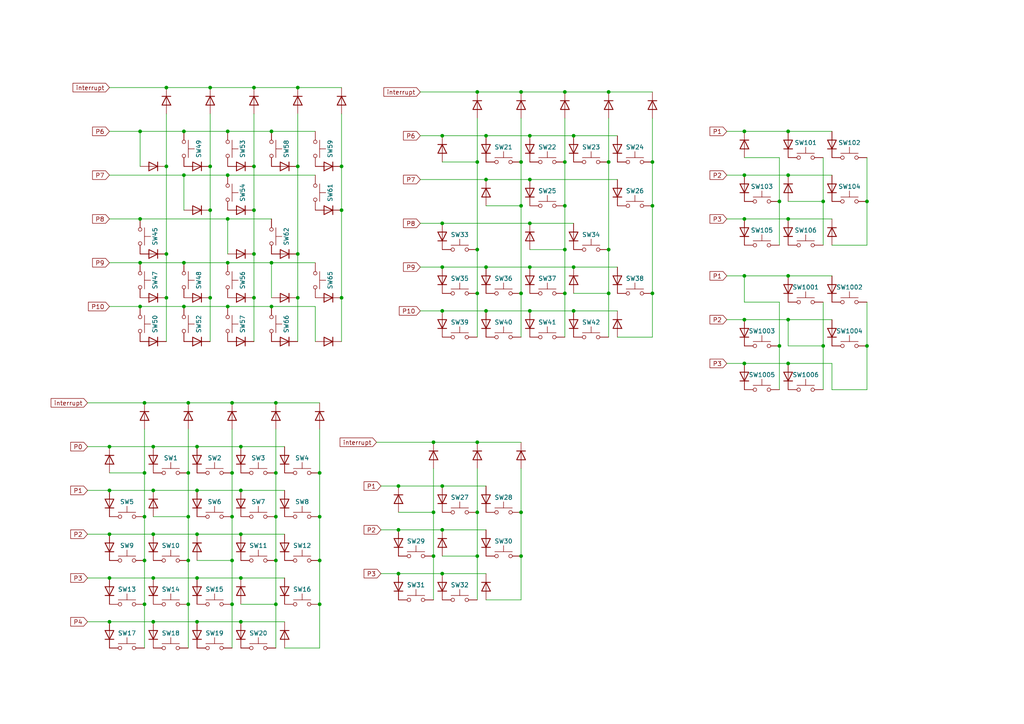
<source format=kicad_sch>
(kicad_sch (version 20250114) (generator "eeschema") (generator_version "9.0")
  (paper "A4")
  (junction (at 80.01 116.84))
  (junction (at 69.85 142.24))
  (junction (at 238.76 58.42))
  (junction (at 163.83 85.09))
  (junction (at 73.66 73.66))
  (junction (at 128.27 39.37))
  (junction (at 163.83 26.67))
  (junction (at 48.26 86.36))
  (junction (at 215.9 105.41))
  (junction (at 228.6 92.71))
  (junction (at 115.57 140.97))
  (junction (at 140.97 39.37))
  (junction (at 86.36 48.26))
  (junction (at 54.61 149.86))
  (junction (at 67.31 149.86))
  (junction (at 78.74 76.2))
  (junction (at 153.67 77.47))
  (junction (at 54.61 116.84))
  (junction (at 251.46 100.33))
  (junction (at 228.6 63.5))
  (junction (at 166.37 77.47))
  (junction (at 151.13 161.29))
  (junction (at 215.9 50.8))
  (junction (at 92.71 137.16))
  (junction (at 163.83 59.69))
  (junction (at 138.43 46.99))
  (junction (at 73.66 25.4))
  (junction (at 80.01 162.56))
  (junction (at 128.27 140.97))
  (junction (at 166.37 90.17))
  (junction (at 125.73 148.59))
  (junction (at 44.45 142.24))
  (junction (at 54.61 162.56))
  (junction (at 140.97 52.07))
  (junction (at 115.57 153.67))
  (junction (at 67.31 162.56))
  (junction (at 69.85 154.94))
  (junction (at 40.64 88.9))
  (junction (at 238.76 100.33))
  (junction (at 80.01 149.86))
  (junction (at 153.67 90.17))
  (junction (at 189.23 46.99))
  (junction (at 48.26 48.26))
  (junction (at 41.91 149.86))
  (junction (at 57.15 142.24))
  (junction (at 69.85 129.54))
  (junction (at 48.26 73.66))
  (junction (at 31.75 142.24))
  (junction (at 41.91 162.56))
  (junction (at 138.43 148.59))
  (junction (at 31.75 180.34))
  (junction (at 60.96 48.26))
  (junction (at 228.6 50.8))
  (junction (at 44.45 154.94))
  (junction (at 151.13 46.99))
  (junction (at 54.61 137.16))
  (junction (at 92.71 149.86))
  (junction (at 163.83 46.99))
  (junction (at 66.04 38.1))
  (junction (at 176.53 85.09))
  (junction (at 60.96 86.36))
  (junction (at 31.75 129.54))
  (junction (at 69.85 180.34))
  (junction (at 215.9 38.1))
  (junction (at 138.43 161.29))
  (junction (at 115.57 166.37))
  (junction (at 99.06 48.26))
  (junction (at 128.27 90.17))
  (junction (at 78.74 38.1))
  (junction (at 41.91 175.26))
  (junction (at 125.73 128.27))
  (junction (at 41.91 137.16))
  (junction (at 251.46 58.42))
  (junction (at 215.9 80.01))
  (junction (at 67.31 137.16))
  (junction (at 73.66 60.96))
  (junction (at 226.06 58.42))
  (junction (at 99.06 86.36))
  (junction (at 99.06 60.96))
  (junction (at 176.53 72.39))
  (junction (at 226.06 100.33))
  (junction (at 31.75 167.64))
  (junction (at 66.04 88.9))
  (junction (at 166.37 39.37))
  (junction (at 125.73 161.29))
  (junction (at 176.53 26.67))
  (junction (at 151.13 59.69))
  (junction (at 57.15 129.54))
  (junction (at 44.45 180.34))
  (junction (at 138.43 72.39))
  (junction (at 60.96 25.4))
  (junction (at 73.66 48.26))
  (junction (at 66.04 76.2))
  (junction (at 128.27 64.77))
  (junction (at 151.13 85.09))
  (junction (at 69.85 167.64))
  (junction (at 40.64 63.5))
  (junction (at 151.13 148.59))
  (junction (at 189.23 85.09))
  (junction (at 78.74 88.9))
  (junction (at 128.27 166.37))
  (junction (at 67.31 175.26))
  (junction (at 57.15 180.34))
  (junction (at 163.83 72.39))
  (junction (at 153.67 64.77))
  (junction (at 153.67 39.37))
  (junction (at 151.13 26.67))
  (junction (at 54.61 175.26))
  (junction (at 86.36 73.66))
  (junction (at 140.97 77.47))
  (junction (at 57.15 167.64))
  (junction (at 153.67 52.07))
  (junction (at 66.04 50.8))
  (junction (at 48.26 25.4))
  (junction (at 138.43 85.09))
  (junction (at 67.31 116.84))
  (junction (at 138.43 128.27))
  (junction (at 215.9 92.71))
  (junction (at 40.64 38.1))
  (junction (at 66.04 63.5))
  (junction (at 53.34 50.8))
  (junction (at 86.36 25.4))
  (junction (at 189.23 59.69))
  (junction (at 86.36 86.36))
  (junction (at 53.34 38.1))
  (junction (at 176.53 46.99))
  (junction (at 128.27 77.47))
  (junction (at 215.9 63.5))
  (junction (at 92.71 162.56))
  (junction (at 44.45 167.64))
  (junction (at 128.27 153.67))
  (junction (at 31.75 154.94))
  (junction (at 57.15 154.94))
  (junction (at 228.6 80.01))
  (junction (at 40.64 76.2))
  (junction (at 73.66 86.36))
  (junction (at 138.43 26.67))
  (junction (at 80.01 175.26))
  (junction (at 41.91 116.84))
  (junction (at 140.97 90.17))
  (junction (at 60.96 60.96))
  (junction (at 92.71 175.26))
  (junction (at 228.6 38.1))
  (junction (at 44.45 129.54))
  (junction (at 53.34 88.9))
  (junction (at 228.6 105.41))
  (junction (at 80.01 137.16))
  (junction (at 53.34 76.2))
  (wire (pts (xy 238.76 100.33) (xy 238.76 113.03)))
  (wire (pts (xy 60.96 33.02) (xy 60.96 48.26)))
  (wire (pts (xy 53.34 88.9) (xy 66.04 88.9)))
  (wire (pts (xy 44.45 154.94) (xy 57.15 154.94)))
  (wire (pts (xy 151.13 135.89) (xy 151.13 148.59)))
  (wire (pts (xy 44.45 149.86) (xy 54.61 149.86)))
  (wire (pts (xy 210.82 50.8) (xy 215.9 50.8)))
  (wire (pts (xy 73.66 33.02) (xy 73.66 48.26)))
  (wire (pts (xy 228.6 105.41) (xy 241.3 105.41)))
  (wire (pts (xy 121.92 90.17) (xy 128.27 90.17)))
  (wire (pts (xy 66.04 38.1) (xy 78.74 38.1)))
  (wire (pts (xy 251.46 45.72) (xy 251.46 58.42)))
  (wire (pts (xy 153.67 64.77) (xy 166.37 64.77)))
  (wire (pts (xy 86.36 25.4) (xy 99.06 25.4)))
  (wire (pts (xy 189.23 59.69) (xy 189.23 85.09)))
  (wire (pts (xy 69.85 175.26) (xy 80.01 175.26)))
  (wire (pts (xy 215.9 80.01) (xy 215.9 87.63)))
  (wire (pts (xy 99.06 33.02) (xy 99.06 48.26)))
  (wire (pts (xy 66.04 63.5) (xy 78.74 63.5)))
  (wire (pts (xy 31.75 142.24) (xy 44.45 142.24)))
  (wire (pts (xy 25.4 167.64) (xy 31.75 167.64)))
  (wire (pts (xy 99.06 48.26) (xy 99.06 60.96)))
  (wire (pts (xy 163.83 59.69) (xy 163.83 72.39)))
  (wire (pts (xy 53.34 76.2) (xy 66.04 76.2)))
  (wire (pts (xy 166.37 90.17) (xy 179.07 90.17)))
  (wire (pts (xy 238.76 100.33) (xy 238.76 87.63)))
  (wire (pts (xy 138.43 34.29) (xy 138.43 46.99)))
  (wire (pts (xy 228.6 80.01) (xy 241.3 80.01)))
  (wire (pts (xy 31.75 154.94) (xy 44.45 154.94)))
  (wire (pts (xy 60.96 48.26) (xy 60.96 60.96)))
  (wire (pts (xy 69.85 142.24) (xy 82.55 142.24)))
  (wire (pts (xy 128.27 153.67) (xy 140.97 153.67)))
  (wire (pts (xy 86.36 86.36) (xy 86.36 99.06)))
  (wire (pts (xy 67.31 124.46) (xy 67.31 137.16)))
  (wire (pts (xy 31.75 38.1) (xy 40.64 38.1)))
  (wire (pts (xy 115.57 153.67) (xy 128.27 153.67)))
  (wire (pts (xy 40.64 88.9) (xy 53.34 88.9)))
  (wire (pts (xy 166.37 77.47) (xy 179.07 77.47)))
  (wire (pts (xy 176.53 85.09) (xy 176.53 97.79)))
  (wire (pts (xy 110.49 166.37) (xy 115.57 166.37)))
  (wire (pts (xy 226.06 113.03) (xy 226.06 100.33)))
  (wire (pts (xy 60.96 25.4) (xy 73.66 25.4)))
  (wire (pts (xy 151.13 59.69) (xy 151.13 85.09)))
  (wire (pts (xy 57.15 180.34) (xy 69.85 180.34)))
  (wire (pts (xy 67.31 149.86) (xy 67.31 137.16)))
  (wire (pts (xy 125.73 128.27) (xy 138.43 128.27)))
  (wire (pts (xy 251.46 100.33) (xy 251.46 113.03)))
  (wire (pts (xy 109.22 128.27) (xy 125.73 128.27)))
  (wire (pts (xy 92.71 187.96) (xy 92.71 175.26)))
  (wire (pts (xy 78.74 38.1) (xy 91.44 38.1)))
  (wire (pts (xy 80.01 124.46) (xy 80.01 137.16)))
  (wire (pts (xy 140.97 173.99) (xy 151.13 173.99)))
  (wire (pts (xy 226.06 58.42) (xy 226.06 71.12)))
  (wire (pts (xy 121.92 39.37) (xy 128.27 39.37)))
  (wire (pts (xy 153.67 90.17) (xy 166.37 90.17)))
  (wire (pts (xy 166.37 85.09) (xy 176.53 85.09)))
  (wire (pts (xy 215.9 105.41) (xy 228.6 105.41)))
  (wire (pts (xy 210.82 92.71) (xy 215.9 92.71)))
  (wire (pts (xy 110.49 140.97) (xy 115.57 140.97)))
  (wire (pts (xy 57.15 167.64) (xy 69.85 167.64)))
  (wire (pts (xy 41.91 137.16) (xy 41.91 149.86)))
  (wire (pts (xy 57.15 142.24) (xy 69.85 142.24)))
  (wire (pts (xy 25.4 142.24) (xy 31.75 142.24)))
  (wire (pts (xy 153.67 52.07) (xy 179.07 52.07)))
  (wire (pts (xy 121.92 52.07) (xy 140.97 52.07)))
  (wire (pts (xy 228.6 92.71) (xy 228.6 100.33)))
  (wire (pts (xy 176.53 72.39) (xy 176.53 85.09)))
  (wire (pts (xy 128.27 90.17) (xy 140.97 90.17)))
  (wire (pts (xy 80.01 149.86) (xy 80.01 137.16)))
  (wire (pts (xy 31.75 167.64) (xy 44.45 167.64)))
  (wire (pts (xy 86.36 33.02) (xy 86.36 48.26)))
  (wire (pts (xy 57.15 129.54) (xy 69.85 129.54)))
  (wire (pts (xy 25.4 129.54) (xy 31.75 129.54)))
  (wire (pts (xy 228.6 63.5) (xy 241.3 63.5)))
  (wire (pts (xy 215.9 50.8) (xy 228.6 50.8)))
  (wire (pts (xy 80.01 116.84) (xy 92.71 116.84)))
  (wire (pts (xy 92.71 162.56) (xy 92.71 149.86)))
  (wire (pts (xy 128.27 46.99) (xy 138.43 46.99)))
  (wire (pts (xy 73.66 60.96) (xy 73.66 73.66)))
  (wire (pts (xy 226.06 100.33) (xy 226.06 87.63)))
  (wire (pts (xy 215.9 92.71) (xy 228.6 92.71)))
  (wire (pts (xy 228.6 58.42) (xy 238.76 58.42)))
  (wire (pts (xy 115.57 148.59) (xy 125.73 148.59)))
  (wire (pts (xy 125.73 161.29) (xy 125.73 173.99)))
  (wire (pts (xy 128.27 166.37) (xy 140.97 166.37)))
  (wire (pts (xy 140.97 77.47) (xy 153.67 77.47)))
  (wire (pts (xy 189.23 46.99) (xy 189.23 34.29)))
  (wire (pts (xy 151.13 26.67) (xy 163.83 26.67)))
  (wire (pts (xy 40.64 38.1) (xy 40.64 48.26)))
  (wire (pts (xy 176.53 26.67) (xy 189.23 26.67)))
  (wire (pts (xy 92.71 175.26) (xy 92.71 162.56)))
  (wire (pts (xy 67.31 116.84) (xy 80.01 116.84)))
  (wire (pts (xy 69.85 180.34) (xy 82.55 180.34)))
  (wire (pts (xy 151.13 148.59) (xy 151.13 161.29)))
  (wire (pts (xy 128.27 39.37) (xy 140.97 39.37)))
  (wire (pts (xy 163.83 72.39) (xy 163.83 85.09)))
  (wire (pts (xy 78.74 88.9) (xy 91.44 88.9)))
  (wire (pts (xy 80.01 162.56) (xy 80.01 175.26)))
  (wire (pts (xy 66.04 63.5) (xy 66.04 73.66)))
  (wire (pts (xy 163.83 34.29) (xy 163.83 46.99)))
  (wire (pts (xy 189.23 97.79) (xy 189.23 85.09)))
  (wire (pts (xy 41.91 149.86) (xy 41.91 162.56)))
  (wire (pts (xy 25.4 180.34) (xy 31.75 180.34)))
  (wire (pts (xy 125.73 148.59) (xy 125.73 161.29)))
  (wire (pts (xy 210.82 63.5) (xy 215.9 63.5)))
  (wire (pts (xy 41.91 116.84) (xy 54.61 116.84)))
  (wire (pts (xy 228.6 50.8) (xy 241.3 50.8)))
  (wire (pts (xy 54.61 187.96) (xy 54.61 175.26)))
  (wire (pts (xy 115.57 140.97) (xy 128.27 140.97)))
  (wire (pts (xy 60.96 60.96) (xy 60.96 86.36)))
  (wire (pts (xy 40.64 38.1) (xy 53.34 38.1)))
  (wire (pts (xy 163.83 26.67) (xy 176.53 26.67)))
  (wire (pts (xy 138.43 135.89) (xy 138.43 148.59)))
  (wire (pts (xy 31.75 25.4) (xy 48.26 25.4)))
  (wire (pts (xy 31.75 50.8) (xy 53.34 50.8)))
  (wire (pts (xy 138.43 26.67) (xy 151.13 26.67)))
  (wire (pts (xy 125.73 135.89) (xy 125.73 148.59)))
  (wire (pts (xy 153.67 72.39) (xy 163.83 72.39)))
  (wire (pts (xy 163.83 97.79) (xy 163.83 85.09)))
  (wire (pts (xy 67.31 187.96) (xy 67.31 175.26)))
  (wire (pts (xy 31.75 137.16) (xy 41.91 137.16)))
  (wire (pts (xy 48.26 86.36) (xy 48.26 99.06)))
  (wire (pts (xy 69.85 154.94) (xy 82.55 154.94)))
  (wire (pts (xy 53.34 50.8) (xy 53.34 60.96)))
  (wire (pts (xy 238.76 58.42) (xy 238.76 71.12)))
  (wire (pts (xy 151.13 34.29) (xy 151.13 46.99)))
  (wire (pts (xy 73.66 48.26) (xy 73.66 60.96)))
  (wire (pts (xy 228.6 38.1) (xy 241.3 38.1)))
  (wire (pts (xy 54.61 175.26) (xy 54.61 162.56)))
  (wire (pts (xy 210.82 105.41) (xy 215.9 105.41)))
  (wire (pts (xy 138.43 72.39) (xy 138.43 85.09)))
  (wire (pts (xy 128.27 140.97) (xy 140.97 140.97)))
  (wire (pts (xy 25.4 154.94) (xy 31.75 154.94)))
  (wire (pts (xy 153.67 77.47) (xy 166.37 77.47)))
  (wire (pts (xy 73.66 73.66) (xy 73.66 86.36)))
  (wire (pts (xy 48.26 25.4) (xy 60.96 25.4)))
  (wire (pts (xy 163.83 59.69) (xy 163.83 46.99)))
  (wire (pts (xy 31.75 63.5) (xy 40.64 63.5)))
  (wire (pts (xy 86.36 48.26) (xy 86.36 73.66)))
  (wire (pts (xy 241.3 113.03) (xy 251.46 113.03)))
  (wire (pts (xy 166.37 39.37) (xy 179.07 39.37)))
  (wire (pts (xy 138.43 128.27) (xy 151.13 128.27)))
  (wire (pts (xy 44.45 167.64) (xy 57.15 167.64)))
  (wire (pts (xy 251.46 58.42) (xy 251.46 71.12)))
  (wire (pts (xy 25.4 116.84) (xy 41.91 116.84)))
  (wire (pts (xy 66.04 88.9) (xy 78.74 88.9)))
  (wire (pts (xy 67.31 149.86) (xy 67.31 162.56)))
  (wire (pts (xy 121.92 26.67) (xy 138.43 26.67)))
  (wire (pts (xy 44.45 129.54) (xy 57.15 129.54)))
  (wire (pts (xy 48.26 33.02) (xy 48.26 48.26)))
  (wire (pts (xy 215.9 38.1) (xy 228.6 38.1)))
  (wire (pts (xy 31.75 88.9) (xy 40.64 88.9)))
  (wire (pts (xy 138.43 148.59) (xy 138.43 161.29)))
  (wire (pts (xy 57.15 162.56) (xy 67.31 162.56)))
  (wire (pts (xy 176.53 34.29) (xy 176.53 46.99)))
  (wire (pts (xy 66.04 50.8) (xy 91.44 50.8)))
  (wire (pts (xy 54.61 137.16) (xy 54.61 149.86)))
  (wire (pts (xy 215.9 45.72) (xy 226.06 45.72)))
  (wire (pts (xy 115.57 166.37) (xy 128.27 166.37)))
  (wire (pts (xy 121.92 77.47) (xy 128.27 77.47)))
  (wire (pts (xy 31.75 76.2) (xy 40.64 76.2)))
  (wire (pts (xy 57.15 154.94) (xy 69.85 154.94)))
  (wire (pts (xy 215.9 80.01) (xy 228.6 80.01)))
  (wire (pts (xy 176.53 46.99) (xy 176.53 72.39)))
  (wire (pts (xy 73.66 86.36) (xy 73.66 99.06)))
  (wire (pts (xy 60.96 86.36) (xy 60.96 99.06)))
  (wire (pts (xy 54.61 116.84) (xy 67.31 116.84)))
  (wire (pts (xy 179.07 97.79) (xy 189.23 97.79)))
  (wire (pts (xy 228.6 100.33) (xy 238.76 100.33)))
  (wire (pts (xy 228.6 92.71) (xy 241.3 92.71)))
  (wire (pts (xy 138.43 85.09) (xy 138.43 97.79)))
  (wire (pts (xy 92.71 137.16) (xy 92.71 124.46)))
  (wire (pts (xy 140.97 59.69) (xy 151.13 59.69)))
  (wire (pts (xy 121.92 64.77) (xy 128.27 64.77)))
  (wire (pts (xy 41.91 162.56) (xy 41.91 175.26)))
  (wire (pts (xy 226.06 87.63) (xy 215.9 87.63)))
  (wire (pts (xy 138.43 46.99) (xy 138.43 72.39)))
  (wire (pts (xy 48.26 48.26) (xy 48.26 73.66)))
  (wire (pts (xy 99.06 60.96) (xy 99.06 86.36)))
  (wire (pts (xy 78.74 76.2) (xy 91.44 76.2)))
  (wire (pts (xy 67.31 162.56) (xy 67.31 175.26)))
  (wire (pts (xy 138.43 161.29) (xy 138.43 173.99)))
  (wire (pts (xy 41.91 124.46) (xy 41.91 137.16)))
  (wire (pts (xy 53.34 50.8) (xy 66.04 50.8)))
  (wire (pts (xy 44.45 142.24) (xy 57.15 142.24)))
  (wire (pts (xy 31.75 129.54) (xy 44.45 129.54)))
  (wire (pts (xy 151.13 97.79) (xy 151.13 85.09)))
  (wire (pts (xy 189.23 59.69) (xy 189.23 46.99)))
  (wire (pts (xy 151.13 161.29) (xy 151.13 173.99)))
  (wire (pts (xy 82.55 187.96) (xy 92.71 187.96)))
  (wire (pts (xy 69.85 167.64) (xy 82.55 167.64)))
  (wire (pts (xy 99.06 86.36) (xy 99.06 99.06)))
  (wire (pts (xy 31.75 180.34) (xy 44.45 180.34)))
  (wire (pts (xy 215.9 63.5) (xy 228.6 63.5)))
  (wire (pts (xy 153.67 39.37) (xy 166.37 39.37)))
  (wire (pts (xy 241.3 105.41) (xy 241.3 113.03)))
  (wire (pts (xy 69.85 129.54) (xy 82.55 129.54)))
  (wire (pts (xy 241.3 71.12) (xy 251.46 71.12)))
  (wire (pts (xy 80.01 162.56) (xy 80.01 149.86)))
  (wire (pts (xy 128.27 77.47) (xy 140.97 77.47)))
  (wire (pts (xy 92.71 149.86) (xy 92.71 137.16)))
  (wire (pts (xy 54.61 149.86) (xy 54.61 162.56)))
  (wire (pts (xy 53.34 38.1) (xy 66.04 38.1)))
  (wire (pts (xy 140.97 52.07) (xy 153.67 52.07)))
  (wire (pts (xy 80.01 175.26) (xy 80.01 187.96)))
  (wire (pts (xy 110.49 153.67) (xy 115.57 153.67)))
  (wire (pts (xy 54.61 124.46) (xy 54.61 137.16)))
  (wire (pts (xy 151.13 46.99) (xy 151.13 59.69)))
  (wire (pts (xy 41.91 175.26) (xy 41.91 187.96)))
  (wire (pts (xy 66.04 76.2) (xy 78.74 76.2)))
  (wire (pts (xy 40.64 63.5) (xy 66.04 63.5)))
  (wire (pts (xy 86.36 73.66) (xy 86.36 86.36)))
  (wire (pts (xy 73.66 25.4) (xy 86.36 25.4)))
  (wire (pts (xy 238.76 45.72) (xy 238.76 58.42)))
  (wire (pts (xy 226.06 45.72) (xy 226.06 58.42)))
  (wire (pts (xy 78.74 76.2) (xy 78.74 86.36)))
  (wire (pts (xy 140.97 90.17) (xy 153.67 90.17)))
  (wire (pts (xy 140.97 39.37) (xy 153.67 39.37)))
  (wire (pts (xy 128.27 64.77) (xy 153.67 64.77)))
  (wire (pts (xy 48.26 73.66) (xy 48.26 86.36)))
  (wire (pts (xy 91.44 88.9) (xy 91.44 99.06)))
  (wire (pts (xy 128.27 161.29) (xy 138.43 161.29)))
  (wire (pts (xy 210.82 80.01) (xy 215.9 80.01)))
  (wire (pts (xy 251.46 100.33) (xy 251.46 87.63)))
  (wire (pts (xy 40.64 76.2) (xy 53.34 76.2)))
  (wire (pts (xy 210.82 38.1) (xy 215.9 38.1)))
  (wire (pts (xy 44.45 180.34) (xy 57.15 180.34)))
  (global_label "P9" (shape input) (at 121.92 77.47 180) (property "Intersheetrefs" "${INTERSHEET_REFS}" (effects (hide yes))))
  (global_label "P3" (shape input) (at 25.4 167.64 180) (property "Intersheetrefs" "${INTERSHEET_REFS}" (effects (hide yes))))
  (global_label "P8" (shape input) (at 31.75 63.5 180) (property "Intersheetrefs" "${INTERSHEET_REFS}" (effects (hide yes))))
  (global_label "interrupt" (shape input) (at 25.4 116.84 180) (property "Intersheetrefs" "${INTERSHEET_REFS}" (effects (hide yes))))
  (global_label "P7" (shape input) (at 31.75 50.8 180) (property "Intersheetrefs" "${INTERSHEET_REFS}" (effects (hide yes))))
  (global_label "P6" (shape input) (at 121.92 39.37 180) (property "Intersheetrefs" "${INTERSHEET_REFS}" (effects (hide yes))))
  (global_label "P3" (shape input) (at 210.82 63.5 180) (property "Intersheetrefs" "${INTERSHEET_REFS}" (effects (hide yes))))
  (global_label "P4" (shape input) (at 25.4 180.34 180) (property "Intersheetrefs" "${INTERSHEET_REFS}" (effects (hide yes))))
  (global_label "P1" (shape input) (at 110.49 140.97 180) (property "Intersheetrefs" "${INTERSHEET_REFS}" (effects (hide yes))))
  (global_label "P1" (shape input) (at 25.4 142.24 180) (property "Intersheetrefs" "${INTERSHEET_REFS}" (effects (hide yes))))
  (global_label "P8" (shape input) (at 121.92 64.77 180) (property "Intersheetrefs" "${INTERSHEET_REFS}" (effects (hide yes))))
  (global_label "P2" (shape input) (at 110.49 153.67 180) (property "Intersheetrefs" "${INTERSHEET_REFS}" (effects (hide yes))))
  (global_label "interrupt" (shape input) (at 31.75 25.4 180) (property "Intersheetrefs" "${INTERSHEET_REFS}" (effects (hide yes))))
  (global_label "interrupt" (shape input) (at 121.92 26.67 180) (property "Intersheetrefs" "${INTERSHEET_REFS}" (effects (hide yes))))
  (global_label "P0" (shape input) (at 25.4 129.54 180) (property "Intersheetrefs" "${INTERSHEET_REFS}" (effects (hide yes))))
  (global_label "P1" (shape input) (at 210.82 38.1 180) (property "Intersheetrefs" "${INTERSHEET_REFS}" (effects (hide yes))))
  (global_label "P2" (shape input) (at 210.82 50.8 180) (property "Intersheetrefs" "${INTERSHEET_REFS}" (effects (hide yes))))
  (global_label "interrupt" (shape input) (at 109.22 128.27 180) (property "Intersheetrefs" "${INTERSHEET_REFS}" (effects (hide yes))))
  (global_label "P1" (shape input) (at 210.82 80.01 180) (property "Intersheetrefs" "${INTERSHEET_REFS}" (effects (hide yes))))
  (global_label "P6" (shape input) (at 31.75 38.1 180) (property "Intersheetrefs" "${INTERSHEET_REFS}" (effects (hide yes))))
  (global_label "P2" (shape input) (at 25.4 154.94 180) (property "Intersheetrefs" "${INTERSHEET_REFS}" (effects (hide yes))))
  (global_label "P10" (shape input) (at 121.92 90.17 180) (property "Intersheetrefs" "${INTERSHEET_REFS}" (effects (hide yes))))
  (global_label "P2" (shape input) (at 210.82 92.71 180) (property "Intersheetrefs" "${INTERSHEET_REFS}" (effects (hide yes))))
  (global_label "P7" (shape input) (at 121.92 52.07 180) (property "Intersheetrefs" "${INTERSHEET_REFS}" (effects (hide yes))))
  (global_label "P10" (shape input) (at 31.75 88.9 180) (property "Intersheetrefs" "${INTERSHEET_REFS}" (effects (hide yes))))
  (global_label "P3" (shape input) (at 210.82 105.41 180) (property "Intersheetrefs" "${INTERSHEET_REFS}" (effects (hide yes))))
  (global_label "P3" (shape input) (at 110.49 166.37 180) (property "Intersheetrefs" "${INTERSHEET_REFS}" (effects (hide yes))))
  (global_label "P9" (shape input) (at 31.75 76.2 180) (property "Intersheetrefs" "${INTERSHEET_REFS}" (effects (hide yes))))
  (symbol (lib_id "Device:D") (at 44.45 73.66 180) (unit 1)
    (property "Reference" "D72" (effects (hide yes)))
    (property "Value" "D" (effects (hide yes)))
    (property "Description" "Diode" (effects (hide yes)))
    (property "Sim.Device" "D" (effects (hide yes)))
    (property "Sim.Pins" "1=K 2=A" (effects (hide yes)))
  )
  (symbol (lib_id "Switch:SW_Push") (at 87.63 162.56 0) (unit 1)
    (property "Reference" "SW12" (at 87.63 158.242 0))
    (property "Value" "CherryMX" (effects (hide yes)))
    (property "Description" "Push button switch, generic, two pins" (effects (hide yes)))
  )
  (symbol (lib_id "Device:D") (at 48.26 29.21 270) (unit 1)
    (property "Reference" "D69" (effects (hide yes)))
    (property "Value" "D" (effects (hide yes)))
    (property "Description" "Diode" (effects (hide yes)))
    (property "Sim.Device" "D" (effects (hide yes)))
    (property "Sim.Pins" "1=K 2=A" (effects (hide yes)))
  )
  (symbol (lib_id "Switch:SW_Push") (at 246.38 58.42 0) (unit 1)
    (property "Reference" "SW104" (at 246.38 54.102 0))
    (property "Value" "CherryMX" (effects (hide yes)))
    (property "Description" "Push button switch, generic, two pins" (effects (hide yes)))
  )
  (symbol (lib_id "Device:D") (at 179.07 81.28 90) (unit 1)
    (property "Reference" "D63" (effects (hide yes)))
    (property "Value" "D" (effects (hide yes)))
    (property "Description" "Diode" (effects (hide yes)))
    (property "Sim.Device" "D" (effects (hide yes)))
    (property "Sim.Pins" "1=K 2=A" (effects (hide yes)))
  )
  (symbol (lib_id "Switch:SW_Push") (at 233.68 45.72 0) (unit 1)
    (property "Reference" "SW101" (at 233.68 41.402 0))
    (property "Value" "CherryMX" (effects (hide yes)))
    (property "Description" "Push button switch, generic, two pins" (effects (hide yes)))
  )
  (symbol (lib_id "Switch:SW_Push") (at 171.45 72.39 0) (unit 1)
    (property "Reference" "SW34" (at 171.45 68.072 0))
    (property "Value" "CherryMX" (effects (hide yes)))
    (property "Description" "Push button switch, generic, two pins" (effects (hide yes)))
  )
  (symbol (lib_id "Device:D") (at 44.45 48.26 180) (unit 1)
    (property "Reference" "D73" (effects (hide yes)))
    (property "Value" "D" (effects (hide yes)))
    (property "Description" "Diode" (effects (hide yes)))
    (property "Sim.Device" "D" (effects (hide yes)))
    (property "Sim.Pins" "1=K 2=A" (effects (hide yes)))
  )
  (symbol (lib_id "Switch:SW_Push") (at 133.35 148.59 0) (unit 1)
    (property "Reference" "SW27" (at 133.35 144.272 0))
    (property "Value" "CherryMX" (effects (hide yes)))
    (property "Description" "Push button switch, generic, two pins" (effects (hide yes)))
  )
  (symbol (lib_id "Device:D") (at 69.85 73.66 180) (unit 1)
    (property "Reference" "D84" (effects (hide yes)))
    (property "Value" "D" (effects (hide yes)))
    (property "Description" "Diode" (effects (hide yes)))
    (property "Sim.Device" "D" (effects (hide yes)))
    (property "Sim.Pins" "1=K 2=A" (effects (hide yes)))
  )
  (symbol (lib_id "Switch:SW_Push") (at 246.38 45.72 0) (unit 1)
    (property "Reference" "SW102" (at 246.38 41.402 0))
    (property "Value" "CherryMX" (effects (hide yes)))
    (property "Description" "Push button switch, generic, two pins" (effects (hide yes)))
  )
  (symbol (lib_id "Device:D") (at 115.57 170.18 90) (unit 1)
    (property "Reference" "D43" (effects (hide yes)))
    (property "Value" "D" (effects (hide yes)))
    (property "Description" "Diode" (effects (hide yes)))
    (property "Sim.Device" "D" (effects (hide yes)))
    (property "Sim.Pins" "1=K 2=A" (effects (hide yes)))
  )
  (symbol (lib_id "Device:D") (at 69.85 133.35 90) (unit 1)
    (property "Reference" "D9" (effects (hide yes)))
    (property "Value" "D" (effects (hide yes)))
    (property "Description" "Diode" (effects (hide yes)))
    (property "Sim.Device" "D" (effects (hide yes)))
    (property "Sim.Pins" "1=K 2=A" (effects (hide yes)))
  )
  (symbol (lib_id "Device:D") (at 31.75 133.35 270) (unit 1)
    (property "Reference" "D6" (effects (hide yes)))
    (property "Value" "D" (effects (hide yes)))
    (property "Description" "Diode" (effects (hide yes)))
    (property "Sim.Device" "D" (effects (hide yes)))
    (property "Sim.Pins" "1=K 2=A" (effects (hide yes)))
  )
  (symbol (lib_id "Device:D") (at 69.85 86.36 180) (unit 1)
    (property "Reference" "D85" (effects (hide yes)))
    (property "Value" "D" (effects (hide yes)))
    (property "Description" "Diode" (effects (hide yes)))
    (property "Sim.Device" "D" (effects (hide yes)))
    (property "Sim.Pins" "1=K 2=A" (effects (hide yes)))
  )
  (symbol (lib_id "Device:D") (at 153.67 81.28 90) (unit 1)
    (property "Reference" "D61" (effects (hide yes)))
    (property "Value" "D" (effects (hide yes)))
    (property "Description" "Diode" (effects (hide yes)))
    (property "Sim.Device" "D" (effects (hide yes)))
    (property "Sim.Pins" "1=K 2=A" (effects (hide yes)))
  )
  (symbol (lib_id "Switch:SW_Push") (at 158.75 59.69 0) (unit 1)
    (property "Reference" "SW25" (at 158.75 55.372 0))
    (property "Value" "CherryMX" (effects (hide yes)))
    (property "Description" "Push button switch, generic, two pins" (effects (hide yes)))
  )
  (symbol (lib_id "Device:D") (at 95.25 99.06 180) (unit 1)
    (property "Reference" "D99" (effects (hide yes)))
    (property "Value" "D" (effects (hide yes)))
    (property "Description" "Diode" (effects (hide yes)))
    (property "Sim.Device" "D" (effects (hide yes)))
    (property "Sim.Pins" "1=K 2=A" (effects (hide yes)))
  )
  (symbol (lib_id "Device:D") (at 69.85 60.96 180) (unit 1)
    (property "Reference" "D83" (effects (hide yes)))
    (property "Value" "D" (effects (hide yes)))
    (property "Description" "Diode" (effects (hide yes)))
    (property "Sim.Device" "D" (effects (hide yes)))
    (property "Sim.Pins" "1=K 2=A" (effects (hide yes)))
  )
  (symbol (lib_id "Switch:SW_Push") (at 66.04 55.88 270) (unit 1)
    (property "Reference" "SW54" (at 70.358 55.88 0))
    (property "Value" "CherryMX" (effects (hide yes)))
    (property "Description" "Push button switch, generic, two pins" (effects (hide yes)))
  )
  (symbol (lib_id "Switch:SW_Push") (at 120.65 173.99 0) (unit 1)
    (property "Reference" "SW31" (at 120.65 169.672 0))
    (property "Value" "CherryMX" (effects (hide yes)))
    (property "Description" "Push button switch, generic, two pins" (effects (hide yes)))
  )
  (symbol (lib_id "Switch:SW_Push") (at 184.15 46.99 0) (unit 1)
    (property "Reference" "SW24" (at 184.15 42.672 0))
    (property "Value" "CherryMX" (effects (hide yes)))
    (property "Description" "Push button switch, generic, two pins" (effects (hide yes)))
  )
  (symbol (lib_id "Device:D") (at 241.3 67.31 270) (unit 1)
    (property "Reference" "D109" (effects (hide yes)))
    (property "Value" "D" (effects (hide yes)))
    (property "Description" "Diode" (effects (hide yes)))
    (property "Sim.Device" "D" (effects (hide yes)))
    (property "Sim.Pins" "1=K 2=A" (effects (hide yes)))
  )
  (symbol (lib_id "Switch:SW_Push") (at 49.53 137.16 0) (unit 1)
    (property "Reference" "SW1" (at 49.53 132.842 0))
    (property "Value" "CherryMX" (effects (hide yes)))
    (property "Description" "Push button switch, generic, two pins" (effects (hide yes)))
  )
  (symbol (lib_id "Switch:SW_Push") (at 74.93 162.56 0) (unit 1)
    (property "Reference" "SW11" (at 74.93 158.242 0))
    (property "Value" "CherryMX" (effects (hide yes)))
    (property "Description" "Push button switch, generic, two pins" (effects (hide yes)))
  )
  (symbol (lib_id "Device:D") (at 166.37 68.58 90) (unit 1)
    (property "Reference" "D58" (effects (hide yes)))
    (property "Value" "D" (effects (hide yes)))
    (property "Description" "Diode" (effects (hide yes)))
    (property "Sim.Device" "D" (effects (hide yes)))
    (property "Sim.Pins" "1=K 2=A" (effects (hide yes)))
  )
  (symbol (lib_id "Device:D") (at 82.55 99.06 180) (unit 1)
    (property "Reference" "D98" (effects (hide yes)))
    (property "Value" "D" (effects (hide yes)))
    (property "Description" "Diode" (effects (hide yes)))
    (property "Sim.Device" "D" (effects (hide yes)))
    (property "Sim.Pins" "1=K 2=A" (effects (hide yes)))
  )
  (symbol (lib_id "Device:D") (at 176.53 30.48 270) (unit 1)
    (property "Reference" "D34" (effects (hide yes)))
    (property "Value" "D" (effects (hide yes)))
    (property "Description" "Diode" (effects (hide yes)))
    (property "Sim.Device" "D" (effects (hide yes)))
    (property "Sim.Pins" "1=K 2=A" (effects (hide yes)))
  )
  (symbol (lib_id "Device:D") (at 128.27 43.18 270) (unit 1)
    (property "Reference" "D36" (effects (hide yes)))
    (property "Value" "D" (effects (hide yes)))
    (property "Description" "Diode" (effects (hide yes)))
    (property "Sim.Device" "D" (effects (hide yes)))
    (property "Sim.Pins" "1=K 2=A" (effects (hide yes)))
  )
  (symbol (lib_id "Switch:SW_Push") (at 53.34 43.18 270) (unit 1)
    (property "Reference" "SW49" (at 57.658 43.18 0))
    (property "Value" "CherryMX" (effects (hide yes)))
    (property "Description" "Push button switch, generic, two pins" (effects (hide yes)))
  )
  (symbol (lib_id "Switch:SW_Push") (at 146.05 97.79 0) (unit 1)
    (property "Reference" "SW40" (at 146.05 93.472 0))
    (property "Value" "CherryMX" (effects (hide yes)))
    (property "Description" "Push button switch, generic, two pins" (effects (hide yes)))
  )
  (symbol (lib_id "Switch:SW_Push") (at 78.74 68.58 270) (unit 1)
    (property "Reference" "SW62" (at 83.058 68.58 0))
    (property "Value" "CherryMX" (effects (hide yes)))
    (property "Description" "Push button switch, generic, two pins" (effects (hide yes)))
  )
  (symbol (lib_id "Device:D") (at 140.97 157.48 90) (unit 1)
    (property "Reference" "D42" (effects (hide yes)))
    (property "Value" "D" (effects (hide yes)))
    (property "Description" "Diode" (effects (hide yes)))
    (property "Sim.Device" "D" (effects (hide yes)))
    (property "Sim.Pins" "1=K 2=A" (effects (hide yes)))
  )
  (symbol (lib_id "Device:D") (at 73.66 29.21 270) (unit 1)
    (property "Reference" "D81" (effects (hide yes)))
    (property "Value" "D" (effects (hide yes)))
    (property "Description" "Diode" (effects (hide yes)))
    (property "Sim.Device" "D" (effects (hide yes)))
    (property "Sim.Pins" "1=K 2=A" (effects (hide yes)))
  )
  (symbol (lib_id "Device:D") (at 41.91 120.65 270) (unit 1)
    (property "Reference" "D1" (effects (hide yes)))
    (property "Value" "D" (effects (hide yes)))
    (property "Description" "Diode" (effects (hide yes)))
    (property "Sim.Device" "D" (effects (hide yes)))
    (property "Sim.Pins" "1=K 2=A" (effects (hide yes)))
  )
  (symbol (lib_id "Switch:SW_Push") (at 74.93 137.16 0) (unit 1)
    (property "Reference" "SW3" (at 74.93 132.842 0))
    (property "Value" "CherryMX" (effects (hide yes)))
    (property "Description" "Push button switch, generic, two pins" (effects (hide yes)))
  )
  (symbol (lib_id "Switch:SW_Push") (at 246.38 87.63 0) (unit 1)
    (property "Reference" "SW1002" (at 246.38 83.312 0))
    (property "Value" "CherryMX" (effects (hide yes)))
    (property "Description" "Push button switch, generic, two pins" (effects (hide yes)))
  )
  (symbol (lib_id "Switch:SW_Push") (at 53.34 81.28 270) (unit 1)
    (property "Reference" "SW48" (at 57.658 81.28 0))
    (property "Value" "CherryMX" (effects (hide yes)))
    (property "Description" "Push button switch, generic, two pins" (effects (hide yes)))
  )
  (symbol (lib_id "Device:D") (at 166.37 43.18 90) (unit 1)
    (property "Reference" "D51" (effects (hide yes)))
    (property "Value" "D" (effects (hide yes)))
    (property "Description" "Diode" (effects (hide yes)))
    (property "Sim.Device" "D" (effects (hide yes)))
    (property "Sim.Pins" "1=K 2=A" (effects (hide yes)))
  )
  (symbol (lib_id "Device:D") (at 44.45 184.15 90) (unit 1)
    (property "Reference" "D27" (effects (hide yes)))
    (property "Value" "D" (effects (hide yes)))
    (property "Description" "Diode" (effects (hide yes)))
    (property "Sim.Device" "D" (effects (hide yes)))
    (property "Sim.Pins" "1=K 2=A" (effects (hide yes)))
  )
  (symbol (lib_id "Device:D") (at 57.15 184.15 90) (unit 1)
    (property "Reference" "D28" (effects (hide yes)))
    (property "Value" "D" (effects (hide yes)))
    (property "Description" "Diode" (effects (hide yes)))
    (property "Sim.Device" "D" (effects (hide yes)))
    (property "Sim.Pins" "1=K 2=A" (effects (hide yes)))
  )
  (symbol (lib_id "Device:D") (at 151.13 30.48 270) (unit 1)
    (property "Reference" "D32" (effects (hide yes)))
    (property "Value" "D" (effects (hide yes)))
    (property "Description" "Diode" (effects (hide yes)))
    (property "Sim.Device" "D" (effects (hide yes)))
    (property "Sim.Pins" "1=K 2=A" (effects (hide yes)))
  )
  (symbol (lib_id "Device:D") (at 57.15 99.06 180) (unit 1)
    (property "Reference" "D80" (effects (hide yes)))
    (property "Value" "D" (effects (hide yes)))
    (property "Description" "Diode" (effects (hide yes)))
    (property "Sim.Device" "D" (effects (hide yes)))
    (property "Sim.Pins" "1=K 2=A" (effects (hide yes)))
  )
  (symbol (lib_id "Switch:SW_Push") (at 120.65 161.29 0) (unit 1)
    (property "Reference" "SW29" (at 120.65 156.972 0))
    (property "Value" "CherryMX" (effects (hide yes)))
    (property "Description" "Push button switch, generic, two pins" (effects (hide yes)))
  )
  (symbol (lib_id "Device:D") (at 128.27 81.28 90) (unit 1)
    (property "Reference" "D59" (effects (hide yes)))
    (property "Value" "D" (effects (hide yes)))
    (property "Description" "Diode" (effects (hide yes)))
    (property "Sim.Device" "D" (effects (hide yes)))
    (property "Sim.Pins" "1=K 2=A" (effects (hide yes)))
  )
  (symbol (lib_id "Switch:SW_Push") (at 171.45 46.99 0) (unit 1)
    (property "Reference" "SW23" (at 171.45 42.672 0))
    (property "Value" "CherryMX" (effects (hide yes)))
    (property "Description" "Push button switch, generic, two pins" (effects (hide yes)))
  )
  (symbol (lib_id "Device:D") (at 163.83 30.48 270) (unit 1)
    (property "Reference" "D33" (effects (hide yes)))
    (property "Value" "D" (effects (hide yes)))
    (property "Description" "Diode" (effects (hide yes)))
    (property "Sim.Device" "D" (effects (hide yes)))
    (property "Sim.Pins" "1=K 2=A" (effects (hide yes)))
  )
  (symbol (lib_id "Device:D") (at 80.01 120.65 270) (unit 1)
    (property "Reference" "D4" (effects (hide yes)))
    (property "Value" "D" (effects (hide yes)))
    (property "Description" "Diode" (effects (hide yes)))
    (property "Sim.Device" "D" (effects (hide yes)))
    (property "Sim.Pins" "1=K 2=A" (effects (hide yes)))
  )
  (symbol (lib_id "Switch:SW_Push") (at 62.23 137.16 0) (unit 1)
    (property "Reference" "SW2" (at 62.23 132.842 0))
    (property "Value" "CherryMX" (effects (hide yes)))
    (property "Description" "Push button switch, generic, two pins" (effects (hide yes)))
  )
  (symbol (lib_id "Device:D") (at 153.67 43.18 90) (unit 1)
    (property "Reference" "D50" (effects (hide yes)))
    (property "Value" "D" (effects (hide yes)))
    (property "Description" "Diode" (effects (hide yes)))
    (property "Sim.Device" "D" (effects (hide yes)))
    (property "Sim.Pins" "1=K 2=A" (effects (hide yes)))
  )
  (symbol (lib_id "Device:D") (at 140.97 43.18 90) (unit 1)
    (property "Reference" "D49" (effects (hide yes)))
    (property "Value" "D" (effects (hide yes)))
    (property "Description" "Diode" (effects (hide yes)))
    (property "Sim.Device" "D" (effects (hide yes)))
    (property "Sim.Pins" "1=K 2=A" (effects (hide yes)))
  )
  (symbol (lib_id "Device:D") (at 82.55 133.35 90) (unit 1)
    (property "Reference" "D10" (effects (hide yes)))
    (property "Value" "D" (effects (hide yes)))
    (property "Description" "Diode" (effects (hide yes)))
    (property "Sim.Device" "D" (effects (hide yes)))
    (property "Sim.Pins" "1=K 2=A" (effects (hide yes)))
  )
  (symbol (lib_id "Device:D") (at 179.07 93.98 270) (unit 1)
    (property "Reference" "D68" (effects (hide yes)))
    (property "Value" "D" (effects (hide yes)))
    (property "Description" "Diode" (effects (hide yes)))
    (property "Sim.Device" "D" (effects (hide yes)))
    (property "Sim.Pins" "1=K 2=A" (effects (hide yes)))
  )
  (symbol (lib_id "Switch:SW_Push") (at 158.75 85.09 0) (unit 1)
    (property "Reference" "SW37" (at 158.75 80.772 0))
    (property "Value" "CherryMX" (effects (hide yes)))
    (property "Description" "Push button switch, generic, two pins" (effects (hide yes)))
  )
  (symbol (lib_id "Device:D") (at 128.27 144.78 90) (unit 1)
    (property "Reference" "D38" (effects (hide yes)))
    (property "Value" "D" (effects (hide yes)))
    (property "Description" "Diode" (effects (hide yes)))
    (property "Sim.Device" "D" (effects (hide yes)))
    (property "Sim.Pins" "1=K 2=A" (effects (hide yes)))
  )
  (symbol (lib_id "Device:D") (at 179.07 55.88 90) (unit 1)
    (property "Reference" "D55" (effects (hide yes)))
    (property "Value" "D" (effects (hide yes)))
    (property "Description" "Diode" (effects (hide yes)))
    (property "Sim.Device" "D" (effects (hide yes)))
    (property "Sim.Pins" "1=K 2=A" (effects (hide yes)))
  )
  (symbol (lib_id "Device:D") (at 153.67 55.88 90) (unit 1)
    (property "Reference" "D54" (effects (hide yes)))
    (property "Value" "D" (effects (hide yes)))
    (property "Description" "Diode" (effects (hide yes)))
    (property "Sim.Device" "D" (effects (hide yes)))
    (property "Sim.Pins" "1=K 2=A" (effects (hide yes)))
  )
  (symbol (lib_id "Device:D") (at 67.31 120.65 270) (unit 1)
    (property "Reference" "D3" (effects (hide yes)))
    (property "Value" "D" (effects (hide yes)))
    (property "Description" "Diode" (effects (hide yes)))
    (property "Sim.Device" "D" (effects (hide yes)))
    (property "Sim.Pins" "1=K 2=A" (effects (hide yes)))
  )
  (symbol (lib_id "Switch:SW_Push") (at 133.35 173.99 0) (unit 1)
    (property "Reference" "SW32" (at 133.35 169.672 0))
    (property "Value" "CherryMX" (effects (hide yes)))
    (property "Description" "Push button switch, generic, two pins" (effects (hide yes)))
  )
  (symbol (lib_id "Device:D") (at 60.96 29.21 270) (unit 1)
    (property "Reference" "D70" (effects (hide yes)))
    (property "Value" "D" (effects (hide yes)))
    (property "Description" "Diode" (effects (hide yes)))
    (property "Sim.Device" "D" (effects (hide yes)))
    (property "Sim.Pins" "1=K 2=A" (effects (hide yes)))
  )
  (symbol (lib_id "Switch:SW_Push") (at 171.45 97.79 0) (unit 1)
    (property "Reference" "SW42" (at 171.45 93.472 0))
    (property "Value" "CherryMX" (effects (hide yes)))
    (property "Description" "Push button switch, generic, two pins" (effects (hide yes)))
  )
  (symbol (lib_id "Device:D") (at 140.97 93.98 90) (unit 1)
    (property "Reference" "D65" (effects (hide yes)))
    (property "Value" "D" (effects (hide yes)))
    (property "Description" "Diode" (effects (hide yes)))
    (property "Sim.Device" "D" (effects (hide yes)))
    (property "Sim.Pins" "1=K 2=A" (effects (hide yes)))
  )
  (symbol (lib_id "Switch:SW_Push") (at 36.83 175.26 0) (unit 1)
    (property "Reference" "SW13" (at 36.83 170.942 0))
    (property "Value" "CherryMX" (effects (hide yes)))
    (property "Description" "Push button switch, generic, two pins" (effects (hide yes)))
  )
  (symbol (lib_id "Switch:SW_Push") (at 66.04 93.98 270) (unit 1)
    (property "Reference" "SW57" (at 70.358 93.98 0))
    (property "Value" "CherryMX" (effects (hide yes)))
    (property "Description" "Push button switch, generic, two pins" (effects (hide yes)))
  )
  (symbol (lib_id "Switch:SW_Push") (at 158.75 46.99 0) (unit 1)
    (property "Reference" "SW22" (at 158.75 42.672 0))
    (property "Value" "CherryMX" (effects (hide yes)))
    (property "Description" "Push button switch, generic, two pins" (effects (hide yes)))
  )
  (symbol (lib_id "Switch:SW_Push") (at 220.98 58.42 0) (unit 1)
    (property "Reference" "SW103" (at 220.98 54.102 0))
    (property "Value" "CherryMX" (effects (hide yes)))
    (property "Description" "Push button switch, generic, two pins" (effects (hide yes)))
  )
  (symbol (lib_id "Device:D") (at 95.25 60.96 180) (unit 1)
    (property "Reference" "D93" (effects (hide yes)))
    (property "Value" "D" (effects (hide yes)))
    (property "Description" "Diode" (effects (hide yes)))
    (property "Sim.Device" "D" (effects (hide yes)))
    (property "Sim.Pins" "1=K 2=A" (effects (hide yes)))
  )
  (symbol (lib_id "Device:D") (at 82.55 158.75 90) (unit 1)
    (property "Reference" "D20" (effects (hide yes)))
    (property "Value" "D" (effects (hide yes)))
    (property "Description" "Diode" (effects (hide yes)))
    (property "Sim.Device" "D" (effects (hide yes)))
    (property "Sim.Pins" "1=K 2=A" (effects (hide yes)))
  )
  (symbol (lib_id "Device:D") (at 82.55 86.36 180) (unit 1)
    (property "Reference" "D96" (effects (hide yes)))
    (property "Value" "D" (effects (hide yes)))
    (property "Description" "Diode" (effects (hide yes)))
    (property "Sim.Device" "D" (effects (hide yes)))
    (property "Sim.Pins" "1=K 2=A" (effects (hide yes)))
  )
  (symbol (lib_id "Device:D") (at 128.27 157.48 270) (unit 1)
    (property "Reference" "D41" (effects (hide yes)))
    (property "Value" "D" (effects (hide yes)))
    (property "Description" "Diode" (effects (hide yes)))
    (property "Sim.Device" "D" (effects (hide yes)))
    (property "Sim.Pins" "1=K 2=A" (effects (hide yes)))
  )
  (symbol (lib_id "Device:D") (at 151.13 132.08 270) (unit 1)
    (property "Reference" "D48" (effects (hide yes)))
    (property "Value" "D" (effects (hide yes)))
    (property "Description" "Diode" (effects (hide yes)))
    (property "Sim.Device" "D" (effects (hide yes)))
    (property "Sim.Pins" "1=K 2=A" (effects (hide yes)))
  )
  (symbol (lib_id "Switch:SW_Push") (at 233.68 71.12 0) (unit 1)
    (property "Reference" "SW106" (at 233.68 66.802 0))
    (property "Value" "CherryMX" (effects (hide yes)))
    (property "Description" "Push button switch, generic, two pins" (effects (hide yes)))
  )
  (symbol (lib_id "Switch:SW_Push") (at 220.98 113.03 0) (unit 1)
    (property "Reference" "SW1005" (at 220.98 108.712 0))
    (property "Value" "CherryMX" (effects (hide yes)))
    (property "Description" "Push button switch, generic, two pins" (effects (hide yes)))
  )
  (symbol (lib_id "Switch:SW_Push") (at 78.74 43.18 270) (unit 1)
    (property "Reference" "SW58" (at 83.058 43.18 0))
    (property "Value" "CherryMX" (effects (hide yes)))
    (property "Description" "Push button switch, generic, two pins" (effects (hide yes)))
  )
  (symbol (lib_id "Device:D") (at 138.43 30.48 270) (unit 1)
    (property "Reference" "D31" (effects (hide yes)))
    (property "Value" "D" (effects (hide yes)))
    (property "Description" "Diode" (effects (hide yes)))
    (property "Sim.Device" "D" (effects (hide yes)))
    (property "Sim.Pins" "1=K 2=A" (effects (hide yes)))
  )
  (symbol (lib_id "Device:D") (at 228.6 41.91 90) (unit 1)
    (property "Reference" "D102" (effects (hide yes)))
    (property "Value" "D" (effects (hide yes)))
    (property "Description" "Diode" (effects (hide yes)))
    (property "Sim.Device" "D" (effects (hide yes)))
    (property "Sim.Pins" "1=K 2=A" (effects (hide yes)))
  )
  (symbol (lib_id "Switch:SW_Push") (at 133.35 97.79 0) (unit 1)
    (property "Reference" "SW39" (at 133.35 93.472 0))
    (property "Value" "CherryMX" (effects (hide yes)))
    (property "Description" "Push button switch, generic, two pins" (effects (hide yes)))
  )
  (symbol (lib_id "Switch:SW_Push") (at 233.68 87.63 0) (unit 1)
    (property "Reference" "SW1001" (at 233.68 83.312 0))
    (property "Value" "CherryMX" (effects (hide yes)))
    (property "Description" "Push button switch, generic, two pins" (effects (hide yes)))
  )
  (symbol (lib_id "Device:D") (at 86.36 29.21 270) (unit 1)
    (property "Reference" "D88" (effects (hide yes)))
    (property "Value" "D" (effects (hide yes)))
    (property "Description" "Diode" (effects (hide yes)))
    (property "Sim.Device" "D" (effects (hide yes)))
    (property "Sim.Pins" "1=K 2=A" (effects (hide yes)))
  )
  (symbol (lib_id "Device:D") (at 128.27 68.58 90) (unit 1)
    (property "Reference" "D56" (effects (hide yes)))
    (property "Value" "D" (effects (hide yes)))
    (property "Description" "Diode" (effects (hide yes)))
    (property "Sim.Device" "D" (effects (hide yes)))
    (property "Sim.Pins" "1=K 2=A" (effects (hide yes)))
  )
  (symbol (lib_id "Switch:SW_Push") (at 146.05 46.99 0) (unit 1)
    (property "Reference" "SW21" (at 146.05 42.672 0))
    (property "Value" "CherryMX" (effects (hide yes)))
    (property "Description" "Push button switch, generic, two pins" (effects (hide yes)))
  )
  (symbol (lib_id "Device:D") (at 44.45 171.45 90) (unit 1)
    (property "Reference" "D22" (effects (hide yes)))
    (property "Value" "D" (effects (hide yes)))
    (property "Description" "Diode" (effects (hide yes)))
    (property "Sim.Device" "D" (effects (hide yes)))
    (property "Sim.Pins" "1=K 2=A" (effects (hide yes)))
  )
  (symbol (lib_id "Switch:SW_Push") (at 146.05 148.59 0) (unit 1)
    (property "Reference" "SW28" (at 146.05 144.272 0))
    (property "Value" "CherryMX" (effects (hide yes)))
    (property "Description" "Push button switch, generic, two pins" (effects (hide yes)))
  )
  (symbol (lib_id "Switch:SW_Push") (at 40.64 81.28 270) (unit 1)
    (property "Reference" "SW47" (at 44.958 81.28 0))
    (property "Value" "CherryMX" (effects (hide yes)))
    (property "Description" "Push button switch, generic, two pins" (effects (hide yes)))
  )
  (symbol (lib_id "Switch:SW_Push") (at 87.63 149.86 0) (unit 1)
    (property "Reference" "SW8" (at 87.63 145.542 0))
    (property "Value" "CherryMX" (effects (hide yes)))
    (property "Description" "Push button switch, generic, two pins" (effects (hide yes)))
  )
  (symbol (lib_id "Device:D") (at 241.3 54.61 90) (unit 1)
    (property "Reference" "D106" (effects (hide yes)))
    (property "Value" "D" (effects (hide yes)))
    (property "Description" "Diode" (effects (hide yes)))
    (property "Sim.Device" "D" (effects (hide yes)))
    (property "Sim.Pins" "1=K 2=A" (effects (hide yes)))
  )
  (symbol (lib_id "Switch:SW_Push") (at 78.74 93.98 270) (unit 1)
    (property "Reference" "SW66" (at 83.058 93.98 0))
    (property "Value" "CherryMX" (effects (hide yes)))
    (property "Description" "Push button switch, generic, two pins" (effects (hide yes)))
  )
  (symbol (lib_id "Device:D") (at 153.67 93.98 90) (unit 1)
    (property "Reference" "D66" (effects (hide yes)))
    (property "Value" "D" (effects (hide yes)))
    (property "Description" "Diode" (effects (hide yes)))
    (property "Sim.Device" "D" (effects (hide yes)))
    (property "Sim.Pins" "1=K 2=A" (effects (hide yes)))
  )
  (symbol (lib_id "Device:D") (at 44.45 86.36 180) (unit 1)
    (property "Reference" "D76" (effects (hide yes)))
    (property "Value" "D" (effects (hide yes)))
    (property "Description" "Diode" (effects (hide yes)))
    (property "Sim.Device" "D" (effects (hide yes)))
    (property "Sim.Pins" "1=K 2=A" (effects (hide yes)))
  )
  (symbol (lib_id "Device:D") (at 138.43 132.08 270) (unit 1)
    (property "Reference" "D47" (effects (hide yes)))
    (property "Value" "D" (effects (hide yes)))
    (property "Description" "Diode" (effects (hide yes)))
    (property "Sim.Device" "D" (effects (hide yes)))
    (property "Sim.Pins" "1=K 2=A" (effects (hide yes)))
  )
  (symbol (lib_id "Device:D") (at 31.75 146.05 90) (unit 1)
    (property "Reference" "D11" (effects (hide yes)))
    (property "Value" "D" (effects (hide yes)))
    (property "Description" "Diode" (effects (hide yes)))
    (property "Sim.Device" "D" (effects (hide yes)))
    (property "Sim.Pins" "1=K 2=A" (effects (hide yes)))
  )
  (symbol (lib_id "Device:D") (at 92.71 120.65 270) (unit 1)
    (property "Reference" "D5" (effects (hide yes)))
    (property "Value" "D" (effects (hide yes)))
    (property "Description" "Diode" (effects (hide yes)))
    (property "Sim.Device" "D" (effects (hide yes)))
    (property "Sim.Pins" "1=K 2=A" (effects (hide yes)))
  )
  (symbol (lib_id "Device:D") (at 115.57 144.78 270) (unit 1)
    (property "Reference" "D37" (effects (hide yes)))
    (property "Value" "D" (effects (hide yes)))
    (property "Description" "Diode" (effects (hide yes)))
    (property "Sim.Device" "D" (effects (hide yes)))
    (property "Sim.Pins" "1=K 2=A" (effects (hide yes)))
  )
  (symbol (lib_id "Device:D") (at 128.27 93.98 90) (unit 1)
    (property "Reference" "D64" (effects (hide yes)))
    (property "Value" "D" (effects (hide yes)))
    (property "Description" "Diode" (effects (hide yes)))
    (property "Sim.Device" "D" (effects (hide yes)))
    (property "Sim.Pins" "1=K 2=A" (effects (hide yes)))
  )
  (symbol (lib_id "Device:D") (at 140.97 170.18 270) (unit 1)
    (property "Reference" "D45" (effects (hide yes)))
    (property "Value" "D" (effects (hide yes)))
    (property "Description" "Diode" (effects (hide yes)))
    (property "Sim.Device" "D" (effects (hide yes)))
    (property "Sim.Pins" "1=K 2=A" (effects (hide yes)))
  )
  (symbol (lib_id "Switch:SW_Push") (at 87.63 137.16 0) (unit 1)
    (property "Reference" "SW4" (at 87.63 132.842 0))
    (property "Value" "CherryMX" (effects (hide yes)))
    (property "Description" "Push button switch, generic, two pins" (effects (hide yes)))
  )
  (symbol (lib_id "Device:D") (at 82.55 146.05 90) (unit 1)
    (property "Reference" "D15" (effects (hide yes)))
    (property "Value" "D" (effects (hide yes)))
    (property "Description" "Diode" (effects (hide yes)))
    (property "Sim.Device" "D" (effects (hide yes)))
    (property "Sim.Pins" "1=K 2=A" (effects (hide yes)))
  )
  (symbol (lib_id "Device:D") (at 69.85 171.45 270) (unit 1)
    (property "Reference" "D24" (effects (hide yes)))
    (property "Value" "D" (effects (hide yes)))
    (property "Description" "Diode" (effects (hide yes)))
    (property "Sim.Device" "D" (effects (hide yes)))
    (property "Sim.Pins" "1=K 2=A" (effects (hide yes)))
  )
  (symbol (lib_id "Device:D") (at 125.73 132.08 270) (unit 1)
    (property "Reference" "D46" (effects (hide yes)))
    (property "Value" "D" (effects (hide yes)))
    (property "Description" "Diode" (effects (hide yes)))
    (property "Sim.Device" "D" (effects (hide yes)))
    (property "Sim.Pins" "1=K 2=A" (effects (hide yes)))
  )
  (symbol (lib_id "Switch:SW_Push") (at 146.05 161.29 0) (unit 1)
    (property "Reference" "SW30" (at 146.05 156.972 0))
    (property "Value" "CherryMX" (effects (hide yes)))
    (property "Description" "Push button switch, generic, two pins" (effects (hide yes)))
  )
  (symbol (lib_id "Switch:SW_Push") (at 220.98 71.12 0) (unit 1)
    (property "Reference" "SW105" (at 220.98 66.802 0))
    (property "Value" "CherryMX" (effects (hide yes)))
    (property "Description" "Push button switch, generic, two pins" (effects (hide yes)))
  )
  (symbol (lib_id "Device:D") (at 57.15 146.05 90) (unit 1)
    (property "Reference" "D13" (effects (hide yes)))
    (property "Value" "D" (effects (hide yes)))
    (property "Description" "Diode" (effects (hide yes)))
    (property "Sim.Device" "D" (effects (hide yes)))
    (property "Sim.Pins" "1=K 2=A" (effects (hide yes)))
  )
  (symbol (lib_id "Switch:SW_Push") (at 158.75 97.79 0) (unit 1)
    (property "Reference" "SW41" (at 158.75 93.472 0))
    (property "Value" "CherryMX" (effects (hide yes)))
    (property "Description" "Push button switch, generic, two pins" (effects (hide yes)))
  )
  (symbol (lib_id "Device:D") (at 241.3 41.91 90) (unit 1)
    (property "Reference" "D103" (effects (hide yes)))
    (property "Value" "D" (effects (hide yes)))
    (property "Description" "Diode" (effects (hide yes)))
    (property "Sim.Device" "D" (effects (hide yes)))
    (property "Sim.Pins" "1=K 2=A" (effects (hide yes)))
  )
  (symbol (lib_id "Device:D") (at 69.85 158.75 90) (unit 1)
    (property "Reference" "D19" (effects (hide yes)))
    (property "Value" "D" (effects (hide yes)))
    (property "Description" "Diode" (effects (hide yes)))
    (property "Sim.Device" "D" (effects (hide yes)))
    (property "Sim.Pins" "1=K 2=A" (effects (hide yes)))
  )
  (symbol (lib_id "Switch:SW_Push") (at 133.35 72.39 0) (unit 1)
    (property "Reference" "SW33" (at 133.35 68.072 0))
    (property "Value" "CherryMX" (effects (hide yes)))
    (property "Description" "Push button switch, generic, two pins" (effects (hide yes)))
  )
  (symbol (lib_id "Device:D") (at 228.6 67.31 90) (unit 1)
    (property "Reference" "D108" (effects (hide yes)))
    (property "Value" "D" (effects (hide yes)))
    (property "Description" "Diode" (effects (hide yes)))
    (property "Sim.Device" "D" (effects (hide yes)))
    (property "Sim.Pins" "1=K 2=A" (effects (hide yes)))
  )
  (symbol (lib_id "Device:D") (at 228.6 54.61 270) (unit 1)
    (property "Reference" "D105" (effects (hide yes)))
    (property "Value" "D" (effects (hide yes)))
    (property "Description" "Diode" (effects (hide yes)))
    (property "Sim.Device" "D" (effects (hide yes)))
    (property "Sim.Pins" "1=K 2=A" (effects (hide yes)))
  )
  (symbol (lib_id "Device:D") (at 166.37 93.98 90) (unit 1)
    (property "Reference" "D67" (effects (hide yes)))
    (property "Value" "D" (effects (hide yes)))
    (property "Description" "Diode" (effects (hide yes)))
    (property "Sim.Device" "D" (effects (hide yes)))
    (property "Sim.Pins" "1=K 2=A" (effects (hide yes)))
  )
  (symbol (lib_id "Switch:SW_Push") (at 87.63 175.26 0) (unit 1)
    (property "Reference" "SW16" (at 87.63 170.942 0))
    (property "Value" "CherryMX" (effects (hide yes)))
    (property "Description" "Push button switch, generic, two pins" (effects (hide yes)))
  )
  (symbol (lib_id "Switch:SW_Push") (at 184.15 59.69 0) (unit 1)
    (property "Reference" "SW26" (at 184.15 55.372 0))
    (property "Value" "CherryMX" (effects (hide yes)))
    (property "Description" "Push button switch, generic, two pins" (effects (hide yes)))
  )
  (symbol (lib_id "Switch:SW_Push") (at 146.05 85.09 0) (unit 1)
    (property "Reference" "SW36" (at 146.05 80.772 0))
    (property "Value" "CherryMX" (effects (hide yes)))
    (property "Description" "Push button switch, generic, two pins" (effects (hide yes)))
  )
  (symbol (lib_id "Device:D") (at 31.75 184.15 90) (unit 1)
    (property "Reference" "D26" (effects (hide yes)))
    (property "Value" "D" (effects (hide yes)))
    (property "Description" "Diode" (effects (hide yes)))
    (property "Sim.Device" "D" (effects (hide yes)))
    (property "Sim.Pins" "1=K 2=A" (effects (hide yes)))
  )
  (symbol (lib_id "Device:D") (at 44.45 133.35 90) (unit 1)
    (property "Reference" "D7" (effects (hide yes)))
    (property "Value" "D" (effects (hide yes)))
    (property "Description" "Diode" (effects (hide yes)))
    (property "Sim.Device" "D" (effects (hide yes)))
    (property "Sim.Pins" "1=K 2=A" (effects (hide yes)))
  )
  (symbol (lib_id "Switch:SW_Push") (at 62.23 187.96 0) (unit 1)
    (property "Reference" "SW19" (at 62.23 183.642 0))
    (property "Value" "CherryMX" (effects (hide yes)))
    (property "Description" "Push button switch, generic, two pins" (effects (hide yes)))
  )
  (symbol (lib_id "Switch:SW_Push") (at 133.35 85.09 0) (unit 1)
    (property "Reference" "SW35" (at 133.35 80.772 0))
    (property "Value" "CherryMX" (effects (hide yes)))
    (property "Description" "Push button switch, generic, two pins" (effects (hide yes)))
  )
  (symbol (lib_id "Device:D") (at 215.9 109.22 90) (unit 1)
    (property "Reference" "D1005" (effects (hide yes)))
    (property "Value" "D" (effects (hide yes)))
    (property "Description" "Diode" (effects (hide yes)))
    (property "Sim.Device" "D" (effects (hide yes)))
    (property "Sim.Pins" "1=K 2=A" (effects (hide yes)))
  )
  (symbol (lib_id "Switch:SW_Push") (at 66.04 81.28 270) (unit 1)
    (property "Reference" "SW56" (at 70.358 81.28 0))
    (property "Value" "CherryMX" (effects (hide yes)))
    (property "Description" "Push button switch, generic, two pins" (effects (hide yes)))
  )
  (symbol (lib_id "Device:D") (at 215.9 96.52 90) (unit 1)
    (property "Reference" "D1003" (effects (hide yes)))
    (property "Value" "D" (effects (hide yes)))
    (property "Description" "Diode" (effects (hide yes)))
    (property "Sim.Device" "D" (effects (hide yes)))
    (property "Sim.Pins" "1=K 2=A" (effects (hide yes)))
  )
  (symbol (lib_id "Device:D") (at 31.75 171.45 90) (unit 1)
    (property "Reference" "D21" (effects (hide yes)))
    (property "Value" "D" (effects (hide yes)))
    (property "Description" "Diode" (effects (hide yes)))
    (property "Sim.Device" "D" (effects (hide yes)))
    (property "Sim.Pins" "1=K 2=A" (effects (hide yes)))
  )
  (symbol (lib_id "Device:D") (at 228.6 109.22 90) (unit 1)
    (property "Reference" "D1006" (effects (hide yes)))
    (property "Value" "D" (effects (hide yes)))
    (property "Description" "Diode" (effects (hide yes)))
    (property "Sim.Device" "D" (effects (hide yes)))
    (property "Sim.Pins" "1=K 2=A" (effects (hide yes)))
  )
  (symbol (lib_id "Device:D") (at 99.06 29.21 270) (unit 1)
    (property "Reference" "D89" (effects (hide yes)))
    (property "Value" "D" (effects (hide yes)))
    (property "Description" "Diode" (effects (hide yes)))
    (property "Sim.Device" "D" (effects (hide yes)))
    (property "Sim.Pins" "1=K 2=A" (effects (hide yes)))
  )
  (symbol (lib_id "Switch:SW_Push") (at 66.04 43.18 270) (unit 1)
    (property "Reference" "SW53" (at 70.358 43.18 0))
    (property "Value" "CherryMX" (effects (hide yes)))
    (property "Description" "Push button switch, generic, two pins" (effects (hide yes)))
  )
  (symbol (lib_id "Device:D") (at 82.55 48.26 180) (unit 1)
    (property "Reference" "D90" (effects (hide yes)))
    (property "Value" "D" (effects (hide yes)))
    (property "Description" "Diode" (effects (hide yes)))
    (property "Sim.Device" "D" (effects (hide yes)))
    (property "Sim.Pins" "1=K 2=A" (effects (hide yes)))
  )
  (symbol (lib_id "Device:D") (at 82.55 171.45 90) (unit 1)
    (property "Reference" "D25" (effects (hide yes)))
    (property "Value" "D" (effects (hide yes)))
    (property "Description" "Diode" (effects (hide yes)))
    (property "Sim.Device" "D" (effects (hide yes)))
    (property "Sim.Pins" "1=K 2=A" (effects (hide yes)))
  )
  (symbol (lib_id "Device:D") (at 44.45 99.06 180) (unit 1)
    (property "Reference" "D78" (effects (hide yes)))
    (property "Value" "D" (effects (hide yes)))
    (property "Description" "Diode" (effects (hide yes)))
    (property "Sim.Device" "D" (effects (hide yes)))
    (property "Sim.Pins" "1=K 2=A" (effects (hide yes)))
  )
  (symbol (lib_id "Switch:SW_Push") (at 36.83 149.86 0) (unit 1)
    (property "Reference" "SW5" (at 36.83 145.542 0))
    (property "Value" "CherryMX" (effects (hide yes)))
    (property "Description" "Push button switch, generic, two pins" (effects (hide yes)))
  )
  (symbol (lib_id "Switch:SW_Push") (at 220.98 100.33 0) (unit 1)
    (property "Reference" "SW1003" (at 220.98 96.012 0))
    (property "Value" "CherryMX" (effects (hide yes)))
    (property "Description" "Push button switch, generic, two pins" (effects (hide yes)))
  )
  (symbol (lib_id "Switch:SW_Push") (at 49.53 175.26 0) (unit 1)
    (property "Reference" "SW14" (at 49.53 170.942 0))
    (property "Value" "CherryMX" (effects (hide yes)))
    (property "Description" "Push button switch, generic, two pins" (effects (hide yes)))
  )
  (symbol (lib_id "Device:D") (at 44.45 158.75 90) (unit 1)
    (property "Reference" "D17" (effects (hide yes)))
    (property "Value" "D" (effects (hide yes)))
    (property "Description" "Diode" (effects (hide yes)))
    (property "Sim.Device" "D" (effects (hide yes)))
    (property "Sim.Pins" "1=K 2=A" (effects (hide yes)))
  )
  (symbol (lib_id "Switch:SW_Push") (at 62.23 175.26 0) (unit 1)
    (property "Reference" "SW15" (at 62.23 170.942 0))
    (property "Value" "CherryMX" (effects (hide yes)))
    (property "Description" "Push button switch, generic, two pins" (effects (hide yes)))
  )
  (symbol (lib_id "Device:D") (at 241.3 83.82 90) (unit 1)
    (property "Reference" "D1002" (effects (hide yes)))
    (property "Value" "D" (effects (hide yes)))
    (property "Description" "Diode" (effects (hide yes)))
    (property "Sim.Device" "D" (effects (hide yes)))
    (property "Sim.Pins" "1=K 2=A" (effects (hide yes)))
  )
  (symbol (lib_id "Device:D") (at 57.15 86.36 180) (unit 1)
    (property "Reference" "D77" (effects (hide yes)))
    (property "Value" "D" (effects (hide yes)))
    (property "Description" "Diode" (effects (hide yes)))
    (property "Sim.Device" "D" (effects (hide yes)))
    (property "Sim.Pins" "1=K 2=A" (effects (hide yes)))
  )
  (symbol (lib_id "Device:D") (at 215.9 41.91 270) (unit 1)
    (property "Reference" "D101" (effects (hide yes)))
    (property "Value" "D" (effects (hide yes)))
    (property "Description" "Diode" (effects (hide yes)))
    (property "Sim.Device" "D" (effects (hide yes)))
    (property "Sim.Pins" "1=K 2=A" (effects (hide yes)))
  )
  (symbol (lib_id "Switch:SW_Push") (at 74.93 149.86 0) (unit 1)
    (property "Reference" "SW7" (at 74.93 145.542 0))
    (property "Value" "CherryMX" (effects (hide yes)))
    (property "Description" "Push button switch, generic, two pins" (effects (hide yes)))
  )
  (symbol (lib_id "Device:D") (at 57.15 158.75 270) (unit 1)
    (property "Reference" "D18" (effects (hide yes)))
    (property "Value" "D" (effects (hide yes)))
    (property "Description" "Diode" (effects (hide yes)))
    (property "Sim.Device" "D" (effects (hide yes)))
    (property "Sim.Pins" "1=K 2=A" (effects (hide yes)))
  )
  (symbol (lib_id "Switch:SW_Push") (at 49.53 162.56 0) (unit 1)
    (property "Reference" "SW10" (at 49.53 158.242 0))
    (property "Value" "CherryMX" (effects (hide yes)))
    (property "Description" "Push button switch, generic, two pins" (effects (hide yes)))
  )
  (symbol (lib_id "Switch:SW_Push") (at 40.64 68.58 270) (unit 1)
    (property "Reference" "SW45" (at 44.958 68.58 0))
    (property "Value" "CherryMX" (effects (hide yes)))
    (property "Description" "Push button switch, generic, two pins" (effects (hide yes)))
  )
  (symbol (lib_id "Switch:SW_Push") (at 184.15 85.09 0) (unit 1)
    (property "Reference" "SW38" (at 184.15 80.772 0))
    (property "Value" "CherryMX" (effects (hide yes)))
    (property "Description" "Push button switch, generic, two pins" (effects (hide yes)))
  )
  (symbol (lib_id "Device:D") (at 215.9 54.61 90) (unit 1)
    (property "Reference" "D104" (effects (hide yes)))
    (property "Value" "D" (effects (hide yes)))
    (property "Description" "Diode" (effects (hide yes)))
    (property "Sim.Device" "D" (effects (hide yes)))
    (property "Sim.Pins" "1=K 2=A" (effects (hide yes)))
  )
  (symbol (lib_id "Switch:SW_Push") (at 91.44 81.28 270) (unit 1)
    (property "Reference" "SW65" (at 95.758 81.28 0))
    (property "Value" "CherryMX" (effects (hide yes)))
    (property "Description" "Push button switch, generic, two pins" (effects (hide yes)))
  )
  (symbol (lib_id "Device:D") (at 241.3 96.52 90) (unit 1)
    (property "Reference" "D1004" (effects (hide yes)))
    (property "Value" "D" (effects (hide yes)))
    (property "Description" "Diode" (effects (hide yes)))
    (property "Sim.Device" "D" (effects (hide yes)))
    (property "Sim.Pins" "1=K 2=A" (effects (hide yes)))
  )
  (symbol (lib_id "Device:D") (at 153.67 68.58 270) (unit 1)
    (property "Reference" "D57" (effects (hide yes)))
    (property "Value" "D" (effects (hide yes)))
    (property "Description" "Diode" (effects (hide yes)))
    (property "Sim.Device" "D" (effects (hide yes)))
    (property "Sim.Pins" "1=K 2=A" (effects (hide yes)))
  )
  (symbol (lib_id "Device:D") (at 54.61 120.65 270) (unit 1)
    (property "Reference" "D2" (effects (hide yes)))
    (property "Value" "D" (effects (hide yes)))
    (property "Description" "Diode" (effects (hide yes)))
    (property "Sim.Device" "D" (effects (hide yes)))
    (property "Sim.Pins" "1=K 2=A" (effects (hide yes)))
  )
  (symbol (lib_id "Switch:SW_Push") (at 53.34 93.98 270) (unit 1)
    (property "Reference" "SW52" (at 57.658 93.98 0))
    (property "Value" "CherryMX" (effects (hide yes)))
    (property "Description" "Push button switch, generic, two pins" (effects (hide yes)))
  )
  (symbol (lib_id "Device:D") (at 69.85 146.05 90) (unit 1)
    (property "Reference" "D14" (effects (hide yes)))
    (property "Value" "D" (effects (hide yes)))
    (property "Description" "Diode" (effects (hide yes)))
    (property "Sim.Device" "D" (effects (hide yes)))
    (property "Sim.Pins" "1=K 2=A" (effects (hide yes)))
  )
  (symbol (lib_id "Device:D") (at 228.6 83.82 90) (unit 1)
    (property "Reference" "D1001" (effects (hide yes)))
    (property "Value" "D" (effects (hide yes)))
    (property "Description" "Diode" (effects (hide yes)))
    (property "Sim.Device" "D" (effects (hide yes)))
    (property "Sim.Pins" "1=K 2=A" (effects (hide yes)))
  )
  (symbol (lib_id "Device:D") (at 69.85 184.15 90) (unit 1)
    (property "Reference" "D29" (effects (hide yes)))
    (property "Value" "D" (effects (hide yes)))
    (property "Description" "Diode" (effects (hide yes)))
    (property "Sim.Device" "D" (effects (hide yes)))
    (property "Sim.Pins" "1=K 2=A" (effects (hide yes)))
  )
  (symbol (lib_id "Device:D") (at 31.75 158.75 90) (unit 1)
    (property "Reference" "D16" (effects (hide yes)))
    (property "Value" "D" (effects (hide yes)))
    (property "Description" "Diode" (effects (hide yes)))
    (property "Sim.Device" "D" (effects (hide yes)))
    (property "Sim.Pins" "1=K 2=A" (effects (hide yes)))
  )
  (symbol (lib_id "Device:D") (at 57.15 48.26 180) (unit 1)
    (property "Reference" "D79" (effects (hide yes)))
    (property "Value" "D" (effects (hide yes)))
    (property "Description" "Diode" (effects (hide yes)))
    (property "Sim.Device" "D" (effects (hide yes)))
    (property "Sim.Pins" "1=K 2=A" (effects (hide yes)))
  )
  (symbol (lib_id "Switch:SW_Push") (at 246.38 100.33 0) (unit 1)
    (property "Reference" "SW1004" (at 246.38 96.012 0))
    (property "Value" "CherryMX" (effects (hide yes)))
    (property "Description" "Push button switch, generic, two pins" (effects (hide yes)))
  )
  (symbol (lib_id "Device:D") (at 95.25 48.26 180) (unit 1)
    (property "Reference" "D91" (effects (hide yes)))
    (property "Value" "D" (effects (hide yes)))
    (property "Description" "Diode" (effects (hide yes)))
    (property "Sim.Device" "D" (effects (hide yes)))
    (property "Sim.Pins" "1=K 2=A" (effects (hide yes)))
  )
  (symbol (lib_id "Device:D") (at 69.85 48.26 180) (unit 1)
    (property "Reference" "D82" (effects (hide yes)))
    (property "Value" "D" (effects (hide yes)))
    (property "Description" "Diode" (effects (hide yes)))
    (property "Sim.Device" "D" (effects (hide yes)))
    (property "Sim.Pins" "1=K 2=A" (effects (hide yes)))
  )
  (symbol (lib_id "Device:D") (at 57.15 133.35 90) (unit 1)
    (property "Reference" "D8" (effects (hide yes)))
    (property "Value" "D" (effects (hide yes)))
    (property "Description" "Diode" (effects (hide yes)))
    (property "Sim.Device" "D" (effects (hide yes)))
    (property "Sim.Pins" "1=K 2=A" (effects (hide yes)))
  )
  (symbol (lib_id "Device:D") (at 82.55 184.15 270) (unit 1)
    (property "Reference" "D30" (effects (hide yes)))
    (property "Value" "D" (effects (hide yes)))
    (property "Description" "Diode" (effects (hide yes)))
    (property "Sim.Device" "D" (effects (hide yes)))
    (property "Sim.Pins" "1=K 2=A" (effects (hide yes)))
  )
  (symbol (lib_id "Device:D") (at 95.25 86.36 180) (unit 1)
    (property "Reference" "D97" (effects (hide yes)))
    (property "Value" "D" (effects (hide yes)))
    (property "Description" "Diode" (effects (hide yes)))
    (property "Sim.Device" "D" (effects (hide yes)))
    (property "Sim.Pins" "1=K 2=A" (effects (hide yes)))
  )
  (symbol (lib_id "Device:D") (at 128.27 170.18 90) (unit 1)
    (property "Reference" "D44" (effects (hide yes)))
    (property "Value" "D" (effects (hide yes)))
    (property "Description" "Diode" (effects (hide yes)))
    (property "Sim.Device" "D" (effects (hide yes)))
    (property "Sim.Pins" "1=K 2=A" (effects (hide yes)))
  )
  (symbol (lib_id "Device:D") (at 44.45 146.05 270) (unit 1)
    (property "Reference" "D12" (effects (hide yes)))
    (property "Value" "D" (effects (hide yes)))
    (property "Description" "Diode" (effects (hide yes)))
    (property "Sim.Device" "D" (effects (hide yes)))
    (property "Sim.Pins" "1=K 2=A" (effects (hide yes)))
  )
  (symbol (lib_id "Device:D") (at 82.55 73.66 180) (unit 1)
    (property "Reference" "D94" (effects (hide yes)))
    (property "Value" "D" (effects (hide yes)))
    (property "Description" "Diode" (effects (hide yes)))
    (property "Sim.Device" "D" (effects (hide yes)))
    (property "Sim.Pins" "1=K 2=A" (effects (hide yes)))
  )
  (symbol (lib_id "Device:D") (at 140.97 144.78 90) (unit 1)
    (property "Reference" "D39" (effects (hide yes)))
    (property "Value" "D" (effects (hide yes)))
    (property "Description" "Diode" (effects (hide yes)))
    (property "Sim.Device" "D" (effects (hide yes)))
    (property "Sim.Pins" "1=K 2=A" (effects (hide yes)))
  )
  (symbol (lib_id "Device:D") (at 57.15 171.45 90) (unit 1)
    (property "Reference" "D23" (effects (hide yes)))
    (property "Value" "D" (effects (hide yes)))
    (property "Description" "Diode" (effects (hide yes)))
    (property "Sim.Device" "D" (effects (hide yes)))
    (property "Sim.Pins" "1=K 2=A" (effects (hide yes)))
  )
  (symbol (lib_id "Switch:SW_Push") (at 233.68 113.03 0) (unit 1)
    (property "Reference" "SW1006" (at 233.68 108.712 0))
    (property "Value" "CherryMX" (effects (hide yes)))
    (property "Description" "Push button switch, generic, two pins" (effects (hide yes)))
  )
  (symbol (lib_id "Switch:SW_Push") (at 91.44 55.88 270) (unit 1)
    (property "Reference" "SW61" (at 95.758 55.88 0))
    (property "Value" "CherryMX" (effects (hide yes)))
    (property "Description" "Push button switch, generic, two pins" (effects (hide yes)))
  )
  (symbol (lib_id "Switch:SW_Push") (at 36.83 187.96 0) (unit 1)
    (property "Reference" "SW17" (at 36.83 183.642 0))
    (property "Value" "CherryMX" (effects (hide yes)))
    (property "Description" "Push button switch, generic, two pins" (effects (hide yes)))
  )
  (symbol (lib_id "Device:D") (at 57.15 60.96 180) (unit 1)
    (property "Reference" "D71" (effects (hide yes)))
    (property "Value" "D" (effects (hide yes)))
    (property "Description" "Diode" (effects (hide yes)))
    (property "Sim.Device" "D" (effects (hide yes)))
    (property "Sim.Pins" "1=K 2=A" (effects (hide yes)))
  )
  (symbol (lib_id "Switch:SW_Push") (at 62.23 149.86 0) (unit 1)
    (property "Reference" "SW6" (at 62.23 145.542 0))
    (property "Value" "CherryMX" (effects (hide yes)))
    (property "Description" "Push button switch, generic, two pins" (effects (hide yes)))
  )
  (symbol (lib_id "Device:D") (at 115.57 157.48 90) (unit 1)
    (property "Reference" "D40" (effects (hide yes)))
    (property "Value" "D" (effects (hide yes)))
    (property "Description" "Diode" (effects (hide yes)))
    (property "Sim.Device" "D" (effects (hide yes)))
    (property "Sim.Pins" "1=K 2=A" (effects (hide yes)))
  )
  (symbol (lib_id "Switch:SW_Push") (at 49.53 187.96 0) (unit 1)
    (property "Reference" "SW18" (at 49.53 183.642 0))
    (property "Value" "CherryMX" (effects (hide yes)))
    (property "Description" "Push button switch, generic, two pins" (effects (hide yes)))
  )
  (symbol (lib_id "Device:D") (at 140.97 81.28 90) (unit 1)
    (property "Reference" "D60" (effects (hide yes)))
    (property "Value" "D" (effects (hide yes)))
    (property "Description" "Diode" (effects (hide yes)))
    (property "Sim.Device" "D" (effects (hide yes)))
    (property "Sim.Pins" "1=K 2=A" (effects (hide yes)))
  )
  (symbol (lib_id "Device:D") (at 140.97 55.88 270) (unit 1)
    (property "Reference" "D53" (effects (hide yes)))
    (property "Value" "D" (effects (hide yes)))
    (property "Description" "Diode" (effects (hide yes)))
    (property "Sim.Device" "D" (effects (hide yes)))
    (property "Sim.Pins" "1=K 2=A" (effects (hide yes)))
  )
  (symbol (lib_id "Device:D") (at 189.23 30.48 270) (unit 1)
    (property "Reference" "D35" (effects (hide yes)))
    (property "Value" "D" (effects (hide yes)))
    (property "Description" "Diode" (effects (hide yes)))
    (property "Sim.Device" "D" (effects (hide yes)))
    (property "Sim.Pins" "1=K 2=A" (effects (hide yes)))
  )
  (symbol (lib_id "Device:D") (at 69.85 99.06 180) (unit 1)
    (property "Reference" "D86" (effects (hide yes)))
    (property "Value" "D" (effects (hide yes)))
    (property "Description" "Diode" (effects (hide yes)))
    (property "Sim.Device" "D" (effects (hide yes)))
    (property "Sim.Pins" "1=K 2=A" (effects (hide yes)))
  )
  (symbol (lib_id "Switch:SW_Push") (at 36.83 162.56 0) (unit 1)
    (property "Reference" "SW9" (at 36.83 158.242 0))
    (property "Value" "CherryMX" (effects (hide yes)))
    (property "Description" "Push button switch, generic, two pins" (effects (hide yes)))
  )
  (symbol (lib_id "Switch:SW_Push") (at 74.93 187.96 0) (unit 1)
    (property "Reference" "SW20" (at 74.93 183.642 0))
    (property "Value" "CherryMX" (effects (hide yes)))
    (property "Description" "Push button switch, generic, two pins" (effects (hide yes)))
  )
  (symbol (lib_id "Device:D") (at 179.07 43.18 90) (unit 1)
    (property "Reference" "D52" (effects (hide yes)))
    (property "Value" "D" (effects (hide yes)))
    (property "Description" "Diode" (effects (hide yes)))
    (property "Sim.Device" "D" (effects (hide yes)))
    (property "Sim.Pins" "1=K 2=A" (effects (hide yes)))
  )
  (symbol (lib_id "Device:D") (at 166.37 81.28 270) (unit 1)
    (property "Reference" "D62" (effects (hide yes)))
    (property "Value" "D" (effects (hide yes)))
    (property "Description" "Diode" (effects (hide yes)))
    (property "Sim.Device" "D" (effects (hide yes)))
    (property "Sim.Pins" "1=K 2=A" (effects (hide yes)))
  )
  (symbol (lib_id "Switch:SW_Push") (at 91.44 43.18 270) (unit 1)
    (property "Reference" "SW59" (at 95.758 43.18 0))
    (property "Value" "CherryMX" (effects (hide yes)))
    (property "Description" "Push button switch, generic, two pins" (effects (hide yes)))
  )
  (symbol (lib_id "Device:D") (at 215.9 67.31 90) (unit 1)
    (property "Reference" "D107" (effects (hide yes)))
    (property "Value" "D" (effects (hide yes)))
    (property "Description" "Diode" (effects (hide yes)))
    (property "Sim.Device" "D" (effects (hide yes)))
    (property "Sim.Pins" "1=K 2=A" (effects (hide yes)))
  )
  (symbol (lib_id "Switch:SW_Push") (at 40.64 93.98 270) (unit 1)
    (property "Reference" "SW50" (at 44.958 93.98 0))
    (property "Value" "CherryMX" (effects (hide yes)))
    (property "Description" "Push button switch, generic, two pins" (effects (hide yes)))
  )
)
</source>
